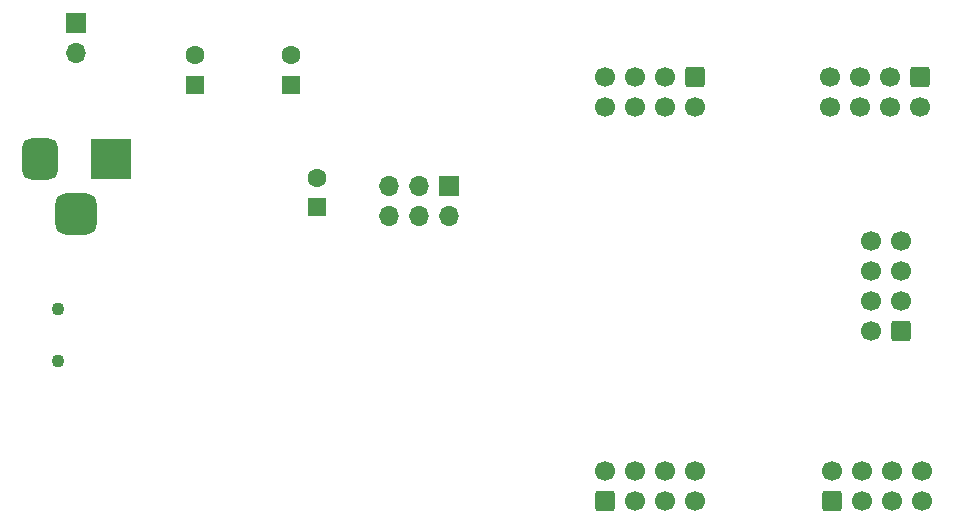
<source format=gbr>
%TF.GenerationSoftware,KiCad,Pcbnew,7.0.7*%
%TF.CreationDate,2023-10-17T21:46:05+02:00*%
%TF.ProjectId,Motherboard_pico,4d6f7468-6572-4626-9f61-72645f706963,rev?*%
%TF.SameCoordinates,Original*%
%TF.FileFunction,Soldermask,Bot*%
%TF.FilePolarity,Negative*%
%FSLAX46Y46*%
G04 Gerber Fmt 4.6, Leading zero omitted, Abs format (unit mm)*
G04 Created by KiCad (PCBNEW 7.0.7) date 2023-10-17 21:46:05*
%MOMM*%
%LPD*%
G01*
G04 APERTURE LIST*
G04 Aperture macros list*
%AMRoundRect*
0 Rectangle with rounded corners*
0 $1 Rounding radius*
0 $2 $3 $4 $5 $6 $7 $8 $9 X,Y pos of 4 corners*
0 Add a 4 corners polygon primitive as box body*
4,1,4,$2,$3,$4,$5,$6,$7,$8,$9,$2,$3,0*
0 Add four circle primitives for the rounded corners*
1,1,$1+$1,$2,$3*
1,1,$1+$1,$4,$5*
1,1,$1+$1,$6,$7*
1,1,$1+$1,$8,$9*
0 Add four rect primitives between the rounded corners*
20,1,$1+$1,$2,$3,$4,$5,0*
20,1,$1+$1,$4,$5,$6,$7,0*
20,1,$1+$1,$6,$7,$8,$9,0*
20,1,$1+$1,$8,$9,$2,$3,0*%
G04 Aperture macros list end*
%ADD10R,1.600000X1.600000*%
%ADD11C,1.600000*%
%ADD12RoundRect,0.250000X0.600000X-0.600000X0.600000X0.600000X-0.600000X0.600000X-0.600000X-0.600000X0*%
%ADD13C,1.700000*%
%ADD14R,1.700000X1.700000*%
%ADD15O,1.700000X1.700000*%
%ADD16C,1.102360*%
%ADD17RoundRect,0.250000X-0.600000X0.600000X-0.600000X-0.600000X0.600000X-0.600000X0.600000X0.600000X0*%
%ADD18RoundRect,0.250000X0.600000X0.600000X-0.600000X0.600000X-0.600000X-0.600000X0.600000X-0.600000X0*%
%ADD19R,3.500000X3.500000*%
%ADD20RoundRect,0.750000X-0.750000X-1.000000X0.750000X-1.000000X0.750000X1.000000X-0.750000X1.000000X0*%
%ADD21RoundRect,0.875000X-0.875000X-0.875000X0.875000X-0.875000X0.875000X0.875000X-0.875000X0.875000X0*%
G04 APERTURE END LIST*
D10*
%TO.C,C11*%
X146750000Y-92210000D03*
D11*
X146750000Y-89710000D03*
%TD*%
D10*
%TO.C,C6*%
X138620000Y-92240000D03*
D11*
X138620000Y-89740000D03*
%TD*%
D12*
%TO.C,J7*%
X173320000Y-127500000D03*
D13*
X173320000Y-124960000D03*
X175860000Y-127500000D03*
X175860000Y-124960000D03*
X178400000Y-127500000D03*
X178400000Y-124960000D03*
X180940000Y-127500000D03*
X180940000Y-124960000D03*
%TD*%
D12*
%TO.C,J6*%
X192500000Y-127500000D03*
D13*
X192500000Y-124960000D03*
X195040000Y-127500000D03*
X195040000Y-124960000D03*
X197580000Y-127500000D03*
X197580000Y-124960000D03*
X200120000Y-127500000D03*
X200120000Y-124960000D03*
%TD*%
D14*
%TO.C,J2*%
X160125000Y-100815000D03*
D15*
X160125000Y-103355000D03*
X157585000Y-100815000D03*
X157585000Y-103355000D03*
X155045000Y-100815000D03*
X155045000Y-103355000D03*
%TD*%
D16*
%TO.C,J9*%
X127000220Y-111177920D03*
X127000220Y-115577200D03*
%TD*%
D14*
%TO.C,J3*%
X128500000Y-86960000D03*
D15*
X128500000Y-89500000D03*
%TD*%
D17*
%TO.C,J4*%
X180900000Y-91600000D03*
D13*
X180900000Y-94140000D03*
X178360000Y-91600000D03*
X178360000Y-94140000D03*
X175820000Y-91600000D03*
X175820000Y-94140000D03*
X173280000Y-91600000D03*
X173280000Y-94140000D03*
%TD*%
D17*
%TO.C,J5*%
X200000000Y-91600000D03*
D13*
X200000000Y-94140000D03*
X197460000Y-91600000D03*
X197460000Y-94140000D03*
X194920000Y-91600000D03*
X194920000Y-94140000D03*
X192380000Y-91600000D03*
X192380000Y-94140000D03*
%TD*%
D18*
%TO.C,J8*%
X198400000Y-113080000D03*
D13*
X195860000Y-113080000D03*
X198400000Y-110540000D03*
X195860000Y-110540000D03*
X198400000Y-108000000D03*
X195860000Y-108000000D03*
X198400000Y-105460000D03*
X195860000Y-105460000D03*
%TD*%
D19*
%TO.C,J1*%
X131500000Y-98500000D03*
D20*
X125500000Y-98500000D03*
D21*
X128500000Y-103200000D03*
%TD*%
D10*
%TO.C,C5*%
X148900000Y-102600000D03*
D11*
X148900000Y-100100000D03*
%TD*%
M02*

</source>
